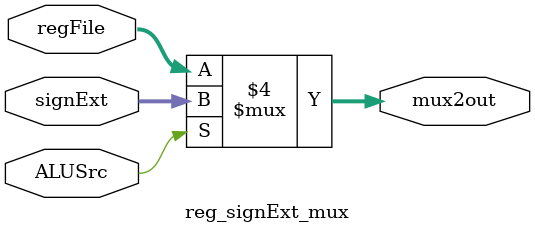
<source format=v>
module reg_signExt_mux( //for testing outputs, not actual memory module
input [15:0] regFile, //r2
input [15:0] signExt, //immidiate
input ALUSrc,
output reg [15:0] mux2out
);

//assign ALUSrc = 0; //testing

always @(*)
begin
    if (ALUSrc == 1) begin
    mux2out = signExt;
    end
else 
mux2out = regFile;
end


endmodule
</source>
